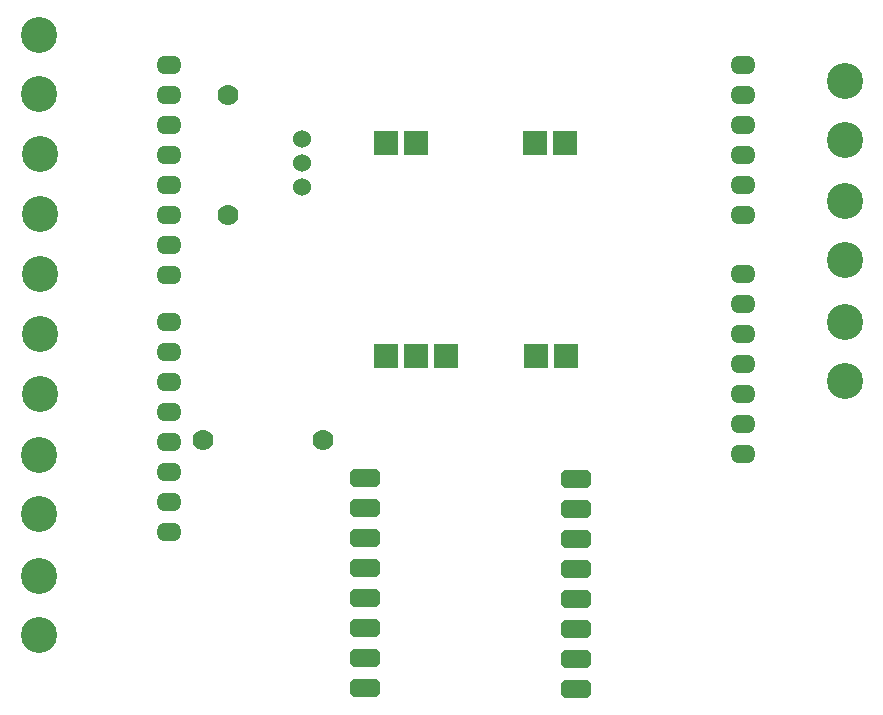
<source format=gbr>
G04 PROTEUS GERBER X2 FILE*
%TF.GenerationSoftware,Labcenter,Proteus,8.11-SP0-Build30052*%
%TF.CreationDate,2022-05-16T20:50:57+00:00*%
%TF.FileFunction,Copper,L1,Top*%
%TF.FilePolarity,Positive*%
%TF.Part,Single*%
%TF.SameCoordinates,{860b8ca4-a46b-4a59-b09f-cc4400e6bc87}*%
%FSLAX45Y45*%
%MOMM*%
G01*
%AMDIL000*
4,1,8,
-1.270000,0.457200,-0.965200,0.762000,0.965200,0.762000,1.270000,0.457200,1.270000,-0.457200,
0.965200,-0.762000,-0.965200,-0.762000,-1.270000,-0.457200,-1.270000,0.457200,
0*%
%TA.AperFunction,ComponentPad*%
%ADD10DIL000*%
%AMPPAD001*
4,1,36,
-1.000000,-0.100000,
-1.000000,0.100000,
-0.986070,0.243130,
-0.946000,0.375490,
-0.882340,0.494520,
-0.797660,0.597660,
-0.694520,0.682340,
-0.575490,0.746000,
-0.443130,0.786070,
-0.300000,0.800000,
0.300000,0.800000,
0.443130,0.786070,
0.575490,0.746000,
0.694520,0.682340,
0.797660,0.597660,
0.882340,0.494520,
0.946000,0.375490,
0.986070,0.243130,
1.000000,0.100000,
1.000000,-0.100000,
0.986070,-0.243130,
0.946000,-0.375490,
0.882340,-0.494520,
0.797660,-0.597660,
0.694520,-0.682340,
0.575490,-0.746000,
0.443130,-0.786070,
0.300000,-0.800000,
-0.300000,-0.800000,
-0.443130,-0.786070,
-0.575490,-0.746000,
-0.694520,-0.682340,
-0.797660,-0.597660,
-0.882340,-0.494520,
-0.946000,-0.375490,
-0.986070,-0.243130,
-1.000000,-0.100000,
0*%
%TA.AperFunction,ComponentPad*%
%ADD11PPAD001*%
%TA.AperFunction,ComponentPad*%
%ADD12C,3.048000*%
%TA.AperFunction,ComponentPad*%
%ADD13C,1.778000*%
%TA.AperFunction,ComponentPad*%
%ADD14R,2.032000X2.032000*%
%ADD15C,1.524000*%
%TD.AperFunction*%
D10*
X-1950000Y+4544000D03*
X-1950000Y+4290000D03*
X-1950000Y+4036000D03*
X-1950000Y+3782000D03*
X-1950000Y+3528000D03*
X-1950000Y+3274000D03*
X-1950000Y+3020000D03*
X-1950000Y+2766000D03*
X-166000Y+4538000D03*
X-166000Y+4284000D03*
X-166000Y+4030000D03*
X-166000Y+3776000D03*
X-166000Y+3522000D03*
X-166000Y+3268000D03*
X-166000Y+3014000D03*
X-166000Y+2760000D03*
D11*
X+1250000Y+4750000D03*
X+1250000Y+5004000D03*
X+1250000Y+5258000D03*
X+1250000Y+5512000D03*
X+1250000Y+5766000D03*
X+1250000Y+6020000D03*
X+1250000Y+6274000D03*
X+1250000Y+6774000D03*
X+1250000Y+7028000D03*
X+1250000Y+7282000D03*
X+1250000Y+7536000D03*
X+1250000Y+7790000D03*
X+1250000Y+8044000D03*
X-3610000Y+8044000D03*
X-3610000Y+7790000D03*
X-3610000Y+7536000D03*
X-3610000Y+7282000D03*
X-3610000Y+7028000D03*
X-3610000Y+6774000D03*
X-3610000Y+6520000D03*
X-3610000Y+6266000D03*
X-3610000Y+5866000D03*
X-3610000Y+5612000D03*
X-3610000Y+5358000D03*
X-3610000Y+5104000D03*
X-3610000Y+4850000D03*
X-3610000Y+4596000D03*
X-3610000Y+4342000D03*
X-3610000Y+4088000D03*
D12*
X-4700000Y+5256000D03*
X-4700000Y+5764000D03*
X-4700000Y+6272000D03*
X-4700000Y+6780000D03*
X-4700000Y+7288000D03*
X-4710000Y+4744000D03*
X-4710000Y+4243620D03*
X-4710000Y+7800000D03*
X-4710000Y+8300380D03*
X-4710000Y+3220000D03*
X-4710000Y+3720380D03*
D13*
X-3326000Y+4870000D03*
X-2310000Y+4870000D03*
D14*
X-1770000Y+5580000D03*
X-1516000Y+5580000D03*
X-1262000Y+5580000D03*
X-500000Y+5580000D03*
X-246000Y+5580000D03*
X-510000Y+7380000D03*
X-256000Y+7380000D03*
X-1770000Y+7380000D03*
X-1516000Y+7380000D03*
D12*
X+2110000Y+7410000D03*
X+2110000Y+7910380D03*
X+2110000Y+6389620D03*
X+2110000Y+6890000D03*
D13*
X-3110000Y+6770000D03*
X-3110000Y+7786000D03*
D15*
X-2480000Y+7006800D03*
X-2480000Y+7210000D03*
X-2480000Y+7413200D03*
D12*
X+2110000Y+5370000D03*
X+2110000Y+5870380D03*
M02*

</source>
